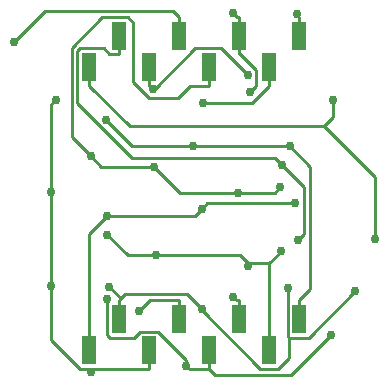
<source format=gbl>
G04 (created by PCBNEW (2013-mar-13)-testing) date Tue 16 Sep 2014 11:53:17 AM PDT*
%MOIN*%
G04 Gerber Fmt 3.4, Leading zero omitted, Abs format*
%FSLAX34Y34*%
G01*
G70*
G90*
G04 APERTURE LIST*
%ADD10C,0.005906*%
%ADD11R,0.045000X0.095000*%
%ADD12C,0.030000*%
%ADD13C,0.009000*%
G04 APERTURE END LIST*
G54D10*
G54D11*
X22799Y-31549D03*
X23799Y-30499D03*
X24799Y-31549D03*
X25799Y-30499D03*
X26799Y-31549D03*
X27799Y-30499D03*
X28799Y-31549D03*
X29799Y-30499D03*
X22799Y-22100D03*
X23799Y-21050D03*
X24799Y-22100D03*
X25799Y-21050D03*
X26799Y-22100D03*
X27799Y-21050D03*
X28799Y-22100D03*
X29799Y-21050D03*
G54D12*
X26555Y-26836D03*
X29661Y-26649D03*
X23414Y-27062D03*
X26597Y-23307D03*
X27617Y-20315D03*
X28171Y-22940D03*
X22855Y-25080D03*
X27764Y-26295D03*
X29181Y-26101D03*
X24980Y-25424D03*
X20293Y-21278D03*
X24942Y-22828D03*
X28088Y-22355D03*
X29780Y-27860D03*
X29235Y-25367D03*
X30932Y-23192D03*
X32320Y-27836D03*
X29428Y-29461D03*
X31665Y-29581D03*
X26555Y-30161D03*
X23474Y-29419D03*
X22852Y-32276D03*
X21540Y-29415D03*
X21540Y-26277D03*
X21686Y-23201D03*
X24466Y-30230D03*
X26043Y-32053D03*
X30871Y-31038D03*
X23405Y-29838D03*
X27617Y-29773D03*
X28087Y-28749D03*
X25021Y-28374D03*
X29185Y-28217D03*
X23416Y-27696D03*
X23373Y-23851D03*
X26266Y-24728D03*
X29487Y-24749D03*
X29746Y-20319D03*
G54D13*
X26742Y-26649D02*
X29661Y-26649D01*
X26555Y-26836D02*
X26742Y-26649D01*
X26329Y-27062D02*
X26555Y-26836D01*
X23414Y-27062D02*
X26329Y-27062D01*
X22799Y-27677D02*
X23414Y-27062D01*
X22799Y-31549D02*
X22799Y-27677D01*
X28799Y-22100D02*
X28799Y-22720D01*
X28799Y-22730D02*
X28799Y-22720D01*
X28222Y-23307D02*
X28799Y-22730D01*
X26597Y-23307D02*
X28222Y-23307D01*
X27731Y-20429D02*
X27617Y-20315D01*
X27799Y-20429D02*
X27731Y-20429D01*
X27799Y-20739D02*
X27799Y-20429D01*
X27799Y-20739D02*
X27799Y-21050D01*
X27799Y-21050D02*
X27799Y-21670D01*
X28383Y-22728D02*
X28171Y-22940D01*
X28383Y-22208D02*
X28383Y-22728D01*
X27845Y-21670D02*
X28383Y-22208D01*
X27799Y-21670D02*
X27845Y-21670D01*
X28987Y-26295D02*
X27764Y-26295D01*
X29181Y-26101D02*
X28987Y-26295D01*
X25851Y-26295D02*
X27764Y-26295D01*
X24980Y-25424D02*
X25851Y-26295D01*
X23199Y-25424D02*
X24980Y-25424D01*
X22855Y-25080D02*
X23199Y-25424D01*
X22218Y-24443D02*
X22855Y-25080D01*
X22218Y-21461D02*
X22218Y-24443D01*
X23250Y-20429D02*
X22218Y-21461D01*
X24092Y-20429D02*
X23250Y-20429D01*
X24282Y-20619D02*
X24092Y-20429D01*
X24282Y-22602D02*
X24282Y-20619D01*
X24816Y-23136D02*
X24282Y-22602D01*
X25762Y-23136D02*
X24816Y-23136D01*
X26178Y-22720D02*
X25762Y-23136D01*
X26799Y-22720D02*
X26178Y-22720D01*
X26799Y-22100D02*
X26799Y-22720D01*
X21340Y-20231D02*
X20293Y-21278D01*
X25600Y-20231D02*
X21340Y-20231D01*
X25799Y-20429D02*
X25600Y-20231D01*
X25799Y-21050D02*
X25799Y-20429D01*
X24799Y-22100D02*
X24799Y-22720D01*
X24906Y-22828D02*
X24942Y-22828D01*
X24799Y-22720D02*
X24906Y-22828D01*
X27211Y-21479D02*
X28088Y-22355D01*
X26346Y-21479D02*
X27211Y-21479D01*
X24998Y-22828D02*
X26346Y-21479D01*
X24942Y-22828D02*
X24998Y-22828D01*
X29964Y-26096D02*
X29235Y-25367D01*
X29964Y-27675D02*
X29964Y-26096D01*
X29780Y-27860D02*
X29964Y-27675D01*
X23799Y-21050D02*
X23799Y-21670D01*
X23484Y-21670D02*
X23799Y-21670D01*
X23285Y-21470D02*
X23484Y-21670D01*
X22499Y-21470D02*
X23285Y-21470D01*
X22409Y-21561D02*
X22499Y-21470D01*
X22409Y-23311D02*
X22409Y-21561D01*
X24226Y-25129D02*
X22409Y-23311D01*
X28996Y-25129D02*
X24226Y-25129D01*
X29235Y-25367D02*
X28996Y-25129D01*
X22799Y-22100D02*
X22799Y-22720D01*
X32320Y-25761D02*
X32320Y-27836D01*
X30636Y-24076D02*
X32320Y-25761D01*
X30932Y-23780D02*
X30932Y-23192D01*
X30636Y-24076D02*
X30932Y-23780D01*
X24155Y-24076D02*
X30636Y-24076D01*
X22799Y-22720D02*
X24155Y-24076D01*
X29428Y-31082D02*
X29472Y-31125D01*
X29428Y-29461D02*
X29428Y-31082D01*
X30121Y-31125D02*
X31665Y-29581D01*
X29472Y-31125D02*
X30121Y-31125D01*
X29472Y-31784D02*
X29472Y-31125D01*
X29087Y-32169D02*
X29472Y-31784D01*
X28513Y-32169D02*
X29087Y-32169D01*
X26555Y-30210D02*
X28513Y-32169D01*
X26555Y-30161D02*
X26555Y-30210D01*
X23799Y-30499D02*
X23799Y-29878D01*
X23866Y-29811D02*
X23474Y-29419D01*
X23799Y-29878D02*
X23866Y-29811D01*
X26071Y-29677D02*
X26555Y-30161D01*
X24000Y-29677D02*
X26071Y-29677D01*
X23866Y-29811D02*
X24000Y-29677D01*
X24799Y-31549D02*
X24799Y-32169D01*
X22852Y-32276D02*
X22852Y-32169D01*
X22852Y-32169D02*
X24799Y-32169D01*
X21540Y-31216D02*
X21540Y-29415D01*
X22493Y-32169D02*
X21540Y-31216D01*
X22852Y-32169D02*
X22493Y-32169D01*
X21540Y-29415D02*
X21540Y-26277D01*
X21540Y-23347D02*
X21686Y-23201D01*
X21540Y-26277D02*
X21540Y-23347D01*
X25799Y-30499D02*
X25799Y-29878D01*
X24818Y-29878D02*
X25799Y-29878D01*
X24466Y-30230D02*
X24818Y-29878D01*
X26159Y-32169D02*
X26043Y-32053D01*
X26799Y-32169D02*
X26159Y-32169D01*
X26799Y-31549D02*
X26799Y-32169D01*
X29530Y-32378D02*
X30871Y-31038D01*
X27008Y-32378D02*
X29530Y-32378D01*
X26799Y-32169D02*
X27008Y-32378D01*
X23405Y-31035D02*
X23405Y-29838D01*
X23489Y-31119D02*
X23405Y-31035D01*
X24300Y-31119D02*
X23489Y-31119D01*
X24490Y-30928D02*
X24300Y-31119D01*
X25110Y-30928D02*
X24490Y-30928D01*
X26043Y-31862D02*
X25110Y-30928D01*
X26043Y-32053D02*
X26043Y-31862D01*
X27723Y-29878D02*
X27617Y-29773D01*
X27799Y-29878D02*
X27723Y-29878D01*
X27799Y-30499D02*
X27799Y-29878D01*
X28087Y-28636D02*
X28087Y-28749D01*
X29185Y-28250D02*
X29185Y-28217D01*
X28799Y-28636D02*
X29185Y-28250D01*
X28799Y-31549D02*
X28799Y-28636D01*
X28799Y-28636D02*
X28087Y-28636D01*
X27824Y-28374D02*
X25021Y-28374D01*
X28087Y-28636D02*
X27824Y-28374D01*
X24094Y-28374D02*
X23416Y-27696D01*
X25021Y-28374D02*
X24094Y-28374D01*
X29799Y-30499D02*
X29799Y-29878D01*
X24250Y-24728D02*
X26266Y-24728D01*
X23373Y-23851D02*
X24250Y-24728D01*
X29466Y-24728D02*
X29487Y-24749D01*
X26266Y-24728D02*
X29466Y-24728D01*
X30165Y-29512D02*
X29799Y-29878D01*
X30165Y-25427D02*
X30165Y-29512D01*
X29487Y-24749D02*
X30165Y-25427D01*
X29746Y-20377D02*
X29746Y-20319D01*
X29799Y-20429D02*
X29746Y-20377D01*
X29799Y-21050D02*
X29799Y-20429D01*
M02*

</source>
